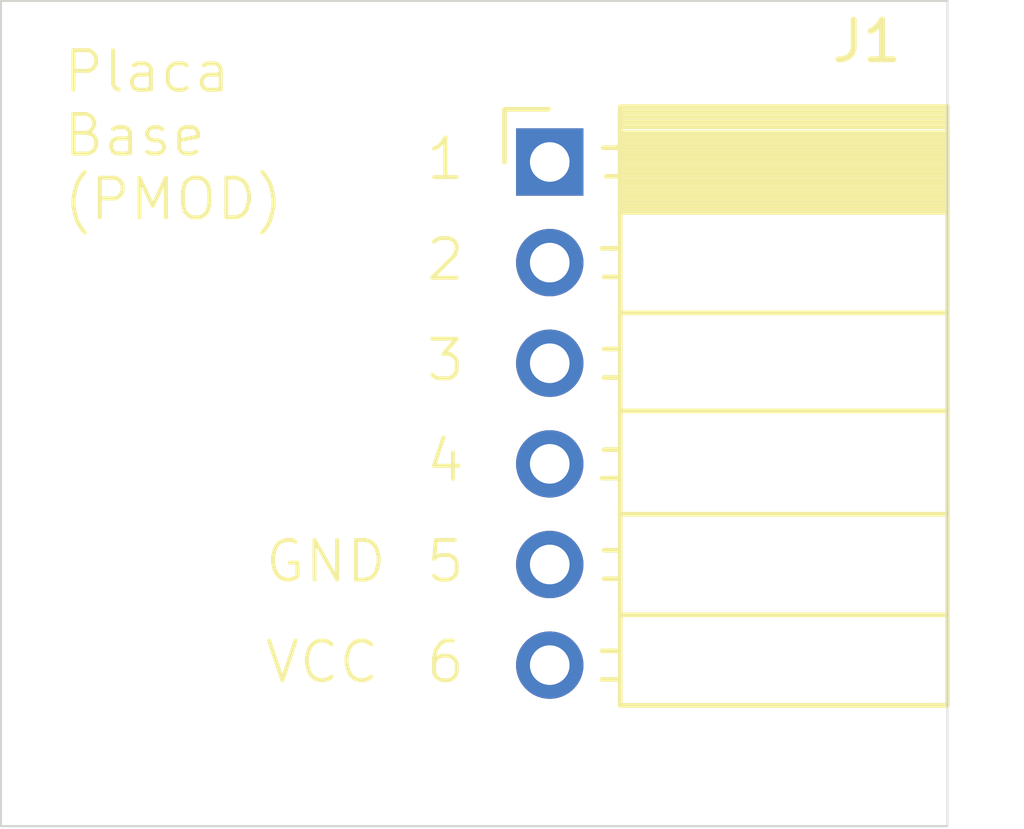
<source format=kicad_pcb>
(kicad_pcb (version 20240108) (generator "pcbnew") (generator_version "8.0")
  (layers (0 "F.Cu" signal) (31 "B.Cu" signal) (34 "B.Paste" user) (35 "F.Paste" user) (36 "B.SilkS" user "B.Silkscreen") (37 "F.SilkS" user "F.Silkscreen") (38 "B.Mask" user) (39 "F.Mask" user) (44 "Edge.Cuts" user))
  (net 0 "")
  (footprint "Connector_PinSocket_2.54mm:Connector_Pmod_1x06_female_host" (layer "F.Cu") (at 156.083 97.028)
    (property "Reference" "J1" (at 8.001 -3.048 0) (layer "F.SilkS"))
    (property "Value" "Conn_01x06_Socket")
    (fp_line (start -1.143 -1.33) (end -1.143 0) (stroke (width 0.12)) (layer "F.SilkS"))
    (fp_line (start -1.143 -1.33) (end -0.033 -1.33) (stroke (width 0.12)) (layer "F.SilkS"))
    (fp_line (start 1.319 2.18) (end 1.729 2.18) (stroke (width 0.12)) (layer "F.SilkS"))
    (fp_line (start 1.319 7.98) (end 1.729 7.98) (stroke (width 0.12)) (layer "F.SilkS"))
    (fp_line (start 1.319 12.34) (end 1.729 12.34) (stroke (width 0.12)) (layer "F.SilkS"))
    (fp_line (start 1.319 13.06) (end 1.729 13.06) (stroke (width 0.12)) (layer "F.SilkS"))
    (fp_line (start 1.349 -0.36) (end 1.699 -0.36) (stroke (width 0.12)) (layer "F.SilkS"))
    (fp_line (start 1.368 2.9) (end 1.778 2.9) (stroke (width 0.12)) (layer "F.SilkS"))
    (fp_line (start 1.368 4.72) (end 1.778 4.72) (stroke (width 0.12)) (layer "F.SilkS"))
    (fp_line (start 1.368 5.44) (end 1.778 5.44) (stroke (width 0.12)) (layer "F.SilkS"))
    (fp_line (start 1.368 7.26) (end 1.778 7.26) (stroke (width 0.12)) (layer "F.SilkS"))
    (fp_line (start 1.368 9.8) (end 1.778 9.8) (stroke (width 0.12)) (layer "F.SilkS"))
    (fp_line (start 1.368 10.52) (end 1.778 10.52) (stroke (width 0.12)) (layer "F.SilkS"))
    (fp_line (start 1.428 0.36) (end 1.778 0.36) (stroke (width 0.12)) (layer "F.SilkS"))
    (fp_line (start 1.711 -0.381) (end 10.033 -0.381) (stroke (width 0.12)) (layer "F.SilkS"))
    (fp_line (start 1.778 -1.33) (end 1.778 13.716) (stroke (width 0.12)) (layer "F.SilkS"))
    (fp_line (start 1.778 13.716) (end 10.033 13.716) (stroke (width 0.12)) (layer "F.SilkS"))
    (fp_line (start 1.781 -1.397) (end 10.033 -1.397) (stroke (width 0.12)) (layer "F.SilkS"))
    (fp_line (start 1.781 -0.73762) (end 10.033 -0.73762) (stroke (width 0.12)) (layer "F.SilkS"))
    (fp_line (start 1.781 -0.619525) (end 10.033 -0.619525) (stroke (width 0.12)) (layer "F.SilkS"))
    (fp_line (start 1.781 -0.50143) (end 10.033 -0.50143) (stroke (width 0.12)) (layer "F.SilkS"))
    (fp_line (start 1.781 -0.26524) (end 10.033 -0.26524) (stroke (width 0.12)) (layer "F.SilkS"))
    (fp_line (start 1.781 -0.147145) (end 10.033 -0.147145) (stroke (width 0.12)) (layer "F.SilkS"))
    (fp_line (start 1.781 -0.02905) (end 10.033 -0.02905) (stroke (width 0.12)) (layer "F.SilkS"))
    (fp_line (start 1.781 0.089045) (end 10.033 0.089045) (stroke (width 0.12)) (layer "F.SilkS"))
    (fp_line (start 1.781 0.20714) (end 10.033 0.20714) (stroke (width 0.12)) (layer "F.SilkS"))
    (fp_line (start 1.781 0.325235) (end 10.033 0.325235) (stroke (width 0.12)) (layer "F.SilkS"))
    (fp_line (start 1.781 0.44333) (end 10.033 0.44333) (stroke (width 0.12)) (layer "F.SilkS"))
    (fp_line (start 1.781 0.561425) (end 10.033 0.561425) (stroke (width 0.12)) (layer "F.SilkS"))
    (fp_line (start 1.781 0.67952) (end 10.033 0.67952) (stroke (width 0.12)) (layer "F.SilkS"))
    (fp_line (start 1.781 0.797615) (end 10.033 0.797615) (stroke (width 0.12)) (layer "F.SilkS"))
    (fp_line (start 1.781 0.91571) (end 10.033 0.91571) (stroke (width 0.12)) (layer "F.SilkS"))
    (fp_line (start 1.781 1.033805) (end 10.033 1.033805) (stroke (width 0.12)) (layer "F.SilkS"))
    (fp_line (start 1.781 1.1519) (end 10.033 1.1519) (stroke (width 0.12)) (layer "F.SilkS"))
    (fp_line (start 1.781 6.283) (end 10.033 6.283) (stroke (width 0.12)) (layer "F.SilkS"))
    (fp_line (start 1.784 -1.27) (end 10.033 -1.27) (stroke (width 0.12)) (layer "F.SilkS"))
    (fp_line (start 1.784 -1.143) (end 10.033 -1.143) (stroke (width 0.12)) (layer "F.SilkS"))
    (fp_line (start 1.784 -1.016) (end 10.033 -1.016) (stroke (width 0.12)) (layer "F.SilkS"))
    (fp_line (start 1.784 -0.889) (end 10.033 -0.889) (stroke (width 0.12)) (layer "F.SilkS"))
    (fp_line (start 1.784 1.27) (end 10.033 1.27) (stroke (width 0.12)) (layer "F.SilkS"))
    (fp_line (start 1.784 3.81) (end 10.033 3.81) (stroke (width 0.12)) (layer "F.SilkS"))
    (fp_line (start 1.784 8.89) (end 10.033 8.89) (stroke (width 0.12)) (layer "F.SilkS"))
    (fp_line (start 1.784 11.43) (end 10.033 11.43) (stroke (width 0.12)) (layer "F.SilkS"))
    (fp_line (start 10.033 -1.397) (end 10.033 13.716) (stroke (width 0.12)) (layer "F.SilkS"))
    (pad "1" thru_hole rect (at 0 0) (size 1.7 1.7) (drill 1) (layers "*.Cu" "*.Mask"))
    (pad "2" thru_hole oval (at 0 2.54) (size 1.7 1.7) (drill 1) (layers "*.Cu" "*.Mask"))
    (pad "3" thru_hole oval (at 0 5.08) (size 1.7 1.7) (drill 1) (layers "*.Cu" "*.Mask"))
    (pad "4" thru_hole oval (at 0 7.62) (size 1.7 1.7) (drill 1) (layers "*.Cu" "*.Mask"))
    (pad "5" thru_hole oval (at 0 10.16) (size 1.7 1.7) (drill 1) (layers "*.Cu" "*.Mask"))
    (pad "6" thru_hole oval (at 0 12.7) (size 1.7 1.7) (drill 1) (layers "*.Cu" "*.Mask"))
  )
  (gr_rect (start 142.24 92.964) (end 166.116 113.792) (stroke (width 0.05)) (fill none) (layer "Edge.Cuts"))
  (gr_text "4" (at 152.908 105.156 0) (layer "F.SilkS") (effects (font (size 1 1) (thickness 0.1)) (justify left bottom)))
  (gr_text "1" (at 152.908 97.536 0) (layer "F.SilkS") (effects (font (size 1 1) (thickness 0.1)) (justify left bottom)))
  (gr_text "5" (at 152.908 107.696 0) (layer "F.SilkS") (effects (font (size 1 1) (thickness 0.1)) (justify left bottom)))
  (gr_text "VCC" (at 148.844 110.236 0) (layer "F.SilkS") (effects (font (size 1 1) (thickness 0.1)) (justify left bottom)))
  (gr_text "Placa\nBase\n(PMOD)" (at 143.764 98.552 0) (layer "F.SilkS") (effects (font (size 1 1) (thickness 0.1)) (justify left bottom)))
  (gr_text "3" (at 152.908 102.616 0) (layer "F.SilkS") (effects (font (size 1 1) (thickness 0.1)) (justify left bottom)))
  (gr_text "6" (at 152.908 110.236 0) (layer "F.SilkS") (effects (font (size 1 1) (thickness 0.1)) (justify left bottom)))
  (gr_text "GND\n" (at 148.844 107.696 0) (layer "F.SilkS") (effects (font (size 1 1) (thickness 0.1)) (justify left bottom)))
  (gr_text "2" (at 152.908 100.076 0) (layer "F.SilkS") (effects (font (size 1 1) (thickness 0.1)) (justify left bottom)))
)
</source>
